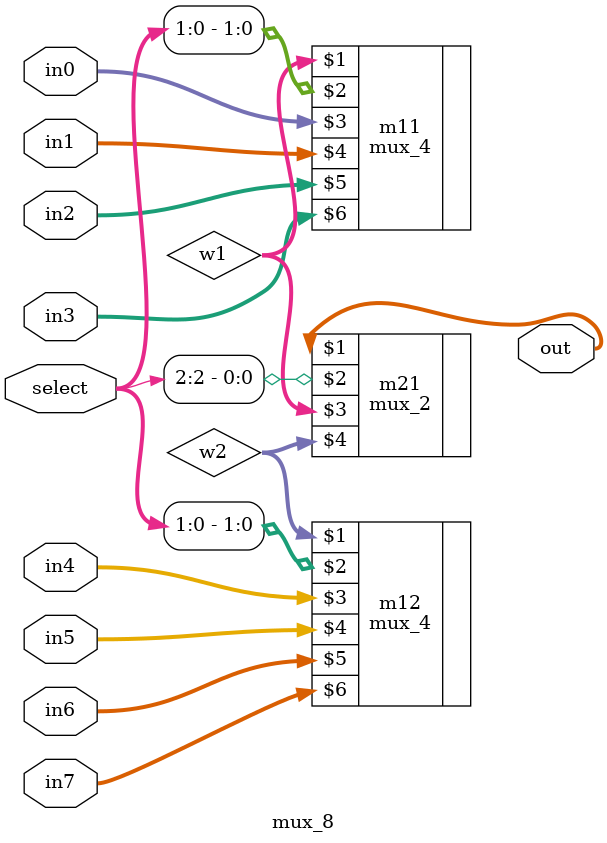
<source format=v>
module mux_8 #(parameter BIT_WIDTH = 32) (out, select, in0, in1, in2, in3, in4, in5, in6, in7);
    input [2:0] select;
    input [BIT_WIDTH-1:0] in0, in1, in2, in3, in4, in5, in6, in7;
    output [BIT_WIDTH-1:0] out;
    wire [BIT_WIDTH-1:0] w1, w2;

    mux_4#(.BIT_WIDTH(BIT_WIDTH)) m11(w1, select[1:0], in0, in1, in2, in3);
    mux_4#(.BIT_WIDTH(BIT_WIDTH)) m12(w2, select[1:0], in4, in5, in6, in7);
    mux_2#(.BIT_WIDTH(BIT_WIDTH)) m21(out, select[2], w1, w2);
endmodule
</source>
